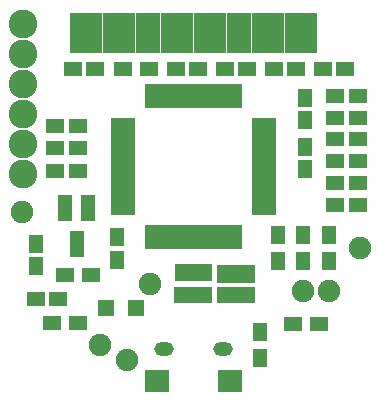
<source format=gbs>
%TF.GenerationSoftware,KiCad,Pcbnew,4.0.5+dfsg1-4~bpo8+1*%
%TF.CreationDate,2017-10-06T16:53:46-03:00*%
%TF.ProjectId,treasure,74726561737572652E6B696361645F70,rev?*%
%TF.FileFunction,Soldermask,Bot*%
%FSLAX46Y46*%
G04 Gerber Fmt 4.6, Leading zero omitted, Abs format (unit mm)*
G04 Created by KiCad (PCBNEW 4.0.5+dfsg1-4~bpo8+1) date Fri Oct  6 16:53:46 2017*
%MOMM*%
%LPD*%
G01*
G04 APERTURE LIST*
%ADD10C,0.254000*%
%ADD11R,2.045000X1.950000*%
%ADD12O,1.650000X1.250000*%
%ADD13R,0.800000X3.400000*%
%ADD14R,1.150000X1.600000*%
%ADD15R,1.600000X1.150000*%
%ADD16R,3.199080X1.598880*%
%ADD17R,3.199080X1.400760*%
%ADD18R,1.400000X1.400000*%
%ADD19R,1.200000X2.300000*%
%ADD20R,1.600000X1.300000*%
%ADD21R,1.300000X1.600000*%
%ADD22R,2.000000X0.650000*%
%ADD23R,0.650000X2.000000*%
%ADD24C,1.900000*%
%ADD25C,2.432000*%
G04 APERTURE END LIST*
D10*
D11*
X145375500Y-123800000D03*
D12*
X151000000Y-121100000D03*
X146000000Y-121100000D03*
D11*
X151624500Y-123800000D03*
D13*
X158650000Y-94350000D03*
X157950000Y-94350000D03*
X157250000Y-94350000D03*
X156550000Y-94350000D03*
X155850000Y-94350000D03*
X155150000Y-94350000D03*
X154450000Y-94350000D03*
X153750000Y-94350000D03*
X153050000Y-94350000D03*
X152350000Y-94350000D03*
X151650000Y-94350000D03*
X150950000Y-94350000D03*
X150250000Y-94350000D03*
X149550000Y-94350000D03*
X148850000Y-94350000D03*
X148150000Y-94350000D03*
X147450000Y-94350000D03*
X146750000Y-94350000D03*
X146050000Y-94350000D03*
X145350000Y-94350000D03*
X144650000Y-94350000D03*
X143950000Y-94350000D03*
X143250000Y-94350000D03*
X142550000Y-94350000D03*
X141850000Y-94350000D03*
X141150000Y-94350000D03*
X140450000Y-94350000D03*
X139750000Y-94350000D03*
X139050000Y-94350000D03*
X138350000Y-94350000D03*
D14*
X142000000Y-111650000D03*
X142000000Y-113550000D03*
X135150000Y-112200000D03*
X135150000Y-114100000D03*
D15*
X153050000Y-97400000D03*
X151150000Y-97400000D03*
X157200000Y-97400000D03*
X155300000Y-97400000D03*
X138300000Y-97400000D03*
X140200000Y-97400000D03*
D14*
X157950000Y-105900000D03*
X157950000Y-104000000D03*
D15*
X160500000Y-107050000D03*
X162400000Y-107050000D03*
D14*
X157950000Y-99850000D03*
X157950000Y-101750000D03*
D15*
X160500000Y-108900000D03*
X162400000Y-108900000D03*
X160500000Y-99650000D03*
X162400000Y-99650000D03*
X160500000Y-105200000D03*
X162400000Y-105200000D03*
X160500000Y-103350000D03*
X162400000Y-103350000D03*
X160500000Y-101500000D03*
X162400000Y-101500000D03*
X138700000Y-102200000D03*
X136800000Y-102200000D03*
X148900000Y-97400000D03*
X147000000Y-97400000D03*
X161350000Y-97400000D03*
X159450000Y-97400000D03*
X137050000Y-116900000D03*
X135150000Y-116900000D03*
X138700000Y-104100000D03*
X136800000Y-104100000D03*
X138700000Y-106000000D03*
X136800000Y-106000000D03*
D16*
X152100860Y-114780380D03*
D17*
X152100860Y-116499960D03*
X148499140Y-116499960D03*
D10*
G36*
X146899600Y-113899660D02*
X150098680Y-113899660D01*
X150098680Y-115300420D01*
X146899600Y-115300420D01*
X146899600Y-113899660D01*
X146899600Y-113899660D01*
G37*
D18*
X141100000Y-117650000D03*
X143600000Y-117650000D03*
D19*
X137650000Y-109200000D03*
X139550000Y-109200000D03*
X138600000Y-112200000D03*
D20*
X139850000Y-114850000D03*
X137650000Y-114850000D03*
D21*
X159950000Y-113650000D03*
X159950000Y-111450000D03*
X157800000Y-113650000D03*
X157800000Y-111450000D03*
X155650000Y-113650000D03*
X155650000Y-111450000D03*
X154100000Y-119700000D03*
X154100000Y-121900000D03*
D20*
X159100000Y-119000000D03*
X156900000Y-119000000D03*
X138750000Y-118900000D03*
X136550000Y-118900000D03*
X144700000Y-97400000D03*
X142500000Y-97400000D03*
D22*
X142500000Y-109400000D03*
X142500000Y-108900000D03*
X142500000Y-108400000D03*
X142500000Y-107900000D03*
X142500000Y-107400000D03*
X142500000Y-106900000D03*
X142500000Y-106400000D03*
X142500000Y-105900000D03*
X142500000Y-105400000D03*
X142500000Y-104900000D03*
X142500000Y-104400000D03*
X142500000Y-103900000D03*
X142500000Y-103400000D03*
X142500000Y-102900000D03*
X142500000Y-102400000D03*
X142500000Y-101900000D03*
D23*
X144750000Y-99650000D03*
X145250000Y-99650000D03*
X145750000Y-99650000D03*
X146250000Y-99650000D03*
X146750000Y-99650000D03*
X147250000Y-99650000D03*
X147750000Y-99650000D03*
X148250000Y-99650000D03*
X148750000Y-99650000D03*
X149250000Y-99650000D03*
X149750000Y-99650000D03*
X150250000Y-99650000D03*
X150750000Y-99650000D03*
X151250000Y-99650000D03*
X151750000Y-99650000D03*
X152250000Y-99650000D03*
D22*
X154500000Y-101900000D03*
X154500000Y-102400000D03*
X154500000Y-102900000D03*
X154500000Y-103400000D03*
X154500000Y-103900000D03*
X154500000Y-104400000D03*
X154500000Y-104900000D03*
X154500000Y-105400000D03*
X154500000Y-105900000D03*
X154500000Y-106400000D03*
X154500000Y-106900000D03*
X154500000Y-107400000D03*
X154500000Y-107900000D03*
X154500000Y-108400000D03*
X154500000Y-108900000D03*
X154500000Y-109400000D03*
D23*
X152250000Y-111650000D03*
X151750000Y-111650000D03*
X151250000Y-111650000D03*
X150750000Y-111650000D03*
X150250000Y-111650000D03*
X149750000Y-111650000D03*
X149250000Y-111650000D03*
X148750000Y-111650000D03*
X148250000Y-111650000D03*
X147750000Y-111650000D03*
X147250000Y-111650000D03*
X146750000Y-111650000D03*
X146250000Y-111650000D03*
X145750000Y-111650000D03*
X145250000Y-111650000D03*
X144750000Y-111650000D03*
D24*
X140600000Y-120750000D03*
X159950000Y-116150000D03*
X157800000Y-116150000D03*
X142850000Y-122000000D03*
X133950000Y-109500000D03*
X162600000Y-112550000D03*
X144800000Y-115600000D03*
D25*
X134100000Y-93600000D03*
X134100000Y-96140000D03*
X134100000Y-98680000D03*
X134100000Y-101220000D03*
X134100000Y-103760000D03*
X134100000Y-106300000D03*
M02*

</source>
